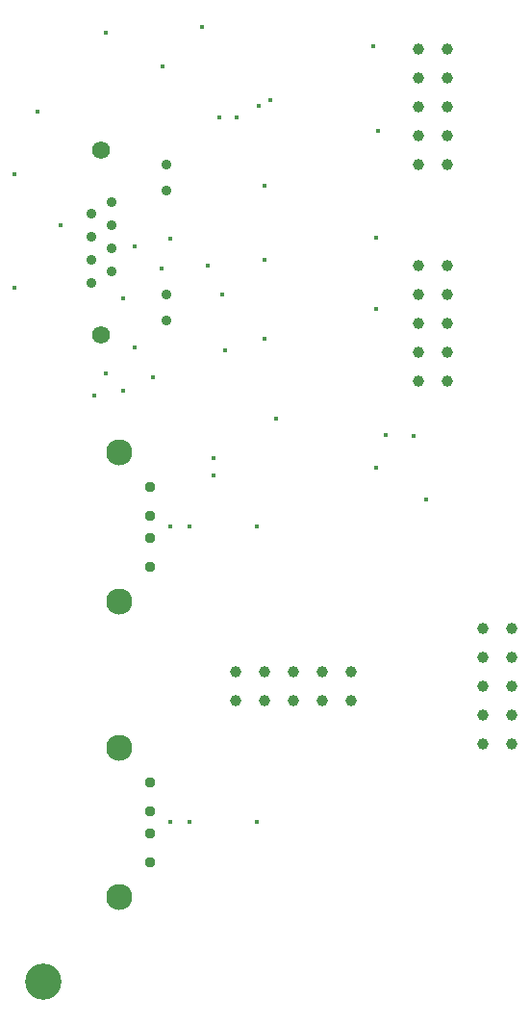
<source format=gbr>
%TF.GenerationSoftware,KiCad,Pcbnew,6.0.5+dfsg-1~bpo11+1*%
%TF.CreationDate,2023-01-21T12:00:44+00:00*%
%TF.ProjectId,nascontrol-remote,6e617363-6f6e-4747-926f-6c2d72656d6f,rev?*%
%TF.SameCoordinates,Original*%
%TF.FileFunction,Plated,1,2,PTH,Drill*%
%TF.FilePolarity,Positive*%
%FSLAX46Y46*%
G04 Gerber Fmt 4.6, Leading zero omitted, Abs format (unit mm)*
G04 Created by KiCad (PCBNEW 6.0.5+dfsg-1~bpo11+1) date 2023-01-21 12:00:44*
%MOMM*%
%LPD*%
G01*
G04 APERTURE LIST*
%TA.AperFunction,ViaDrill*%
%ADD10C,0.400000*%
%TD*%
%TA.AperFunction,ComponentDrill*%
%ADD11C,0.890000*%
%TD*%
%TA.AperFunction,ComponentDrill*%
%ADD12C,0.950000*%
%TD*%
%TA.AperFunction,ComponentDrill*%
%ADD13C,1.000000*%
%TD*%
%TA.AperFunction,ComponentDrill*%
%ADD14C,1.570000*%
%TD*%
%TA.AperFunction,ComponentDrill*%
%ADD15C,2.300000*%
%TD*%
%TA.AperFunction,ComponentDrill*%
%ADD16C,3.200000*%
%TD*%
G04 APERTURE END LIST*
D10*
X101500000Y-75000000D03*
X101500000Y-85000000D03*
X103500000Y-69500000D03*
X105500000Y-79500000D03*
X108500000Y-94500000D03*
X109500000Y-62500000D03*
X109500000Y-92500000D03*
X111000000Y-94000000D03*
X111050000Y-85900000D03*
X112050000Y-81300000D03*
X112050000Y-90200000D03*
X113650000Y-92850000D03*
X114400000Y-83250000D03*
X114500000Y-65500000D03*
X115150000Y-80650000D03*
X115200000Y-106000000D03*
X115200000Y-132000000D03*
X116900000Y-106000000D03*
X116900000Y-132000000D03*
X118000000Y-62000000D03*
X118500000Y-83000000D03*
X119000000Y-100000000D03*
X119000000Y-101500000D03*
X119500000Y-70000000D03*
X119750000Y-85600000D03*
X120000000Y-90500000D03*
X121000000Y-70000000D03*
X122800000Y-106000000D03*
X122800000Y-132000000D03*
X123000000Y-69000000D03*
X123500000Y-76000000D03*
X123500000Y-82500000D03*
X123500000Y-89500000D03*
X124000000Y-68500000D03*
X124500000Y-96500000D03*
X133000000Y-63700000D03*
X133300000Y-80600000D03*
X133300000Y-86800000D03*
X133300000Y-100800000D03*
X133500000Y-71200000D03*
X134161166Y-97938834D03*
X136600000Y-98000000D03*
X137700000Y-103600000D03*
D11*
%TO.C,J103*%
X108225000Y-78464000D03*
X108225000Y-80496000D03*
X108225000Y-82528000D03*
X108225000Y-84560000D03*
X110005000Y-77448000D03*
X110005000Y-79480000D03*
X110005000Y-81512000D03*
X110005000Y-83544000D03*
X114825000Y-74140000D03*
X114825000Y-76430000D03*
X114825000Y-85570000D03*
X114825000Y-87860000D03*
D12*
%TO.C,J303*%
X113360000Y-102500000D03*
X113360000Y-105000000D03*
X113360000Y-107000000D03*
X113360000Y-109500000D03*
%TO.C,J302*%
X113360000Y-128500000D03*
X113360000Y-131000000D03*
X113360000Y-133000000D03*
X113360000Y-135500000D03*
D13*
%TO.C,J301*%
X120925000Y-118735000D03*
X120925000Y-121275000D03*
X123465000Y-118735000D03*
X123465000Y-121275000D03*
X126005000Y-118735000D03*
X126005000Y-121275000D03*
X128545000Y-118735000D03*
X128545000Y-121275000D03*
X131085000Y-118735000D03*
X131085000Y-121275000D03*
%TO.C,J102*%
X137000000Y-64000000D03*
X137000000Y-66540000D03*
X137000000Y-69080000D03*
X137000000Y-71620000D03*
X137000000Y-74160000D03*
%TO.C,J104*%
X137000000Y-83000000D03*
X137000000Y-85540000D03*
X137000000Y-88080000D03*
X137000000Y-90620000D03*
X137000000Y-93160000D03*
%TO.C,J102*%
X139540000Y-64000000D03*
X139540000Y-66540000D03*
X139540000Y-69080000D03*
X139540000Y-71620000D03*
X139540000Y-74160000D03*
%TO.C,J104*%
X139540000Y-83000000D03*
X139540000Y-85540000D03*
X139540000Y-88080000D03*
X139540000Y-90620000D03*
X139540000Y-93160000D03*
%TO.C,J101*%
X142725000Y-114925000D03*
X142725000Y-117465000D03*
X142725000Y-120005000D03*
X142725000Y-122545000D03*
X142725000Y-125085000D03*
X145265000Y-114925000D03*
X145265000Y-117465000D03*
X145265000Y-120005000D03*
X145265000Y-122545000D03*
X145265000Y-125085000D03*
D14*
%TO.C,J103*%
X109115000Y-72870000D03*
X109115000Y-89130000D03*
D15*
%TO.C,J303*%
X110650000Y-99430000D03*
X110650000Y-112570000D03*
%TO.C,J302*%
X110650000Y-125430000D03*
X110650000Y-138570000D03*
D16*
%TO.C,H102*%
X104000000Y-146000000D03*
M02*

</source>
